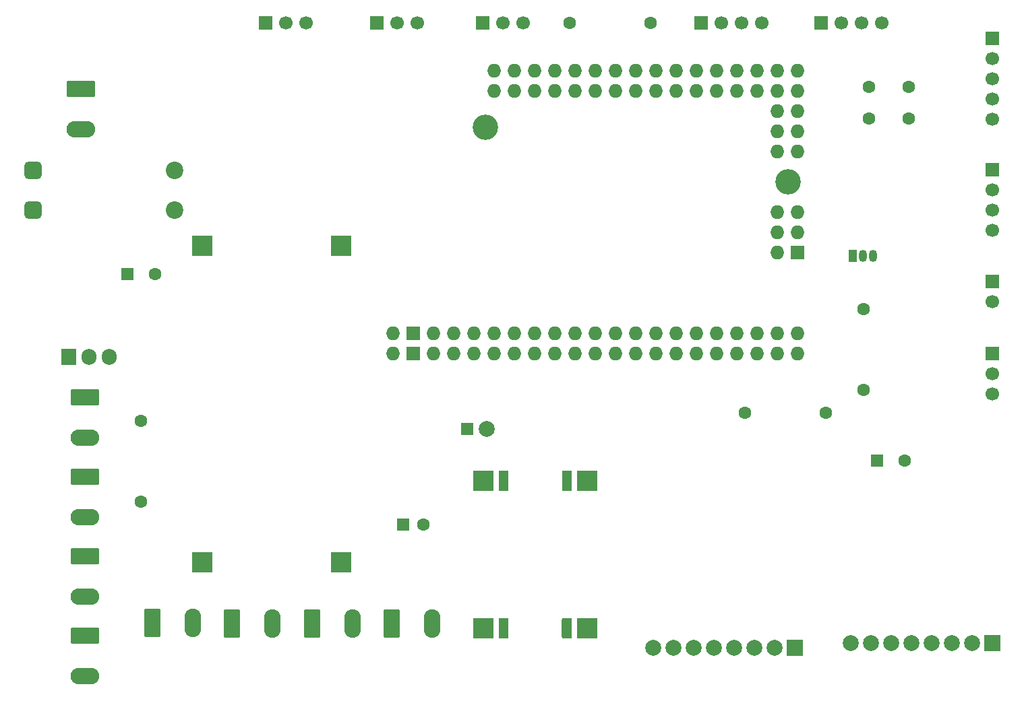
<source format=gbr>
%TF.GenerationSoftware,KiCad,Pcbnew,9.0.4*%
%TF.CreationDate,2025-12-08T23:22:33+01:00*%
%TF.ProjectId,van-obc,76616e2d-6f62-4632-9e6b-696361645f70,rev?*%
%TF.SameCoordinates,Original*%
%TF.FileFunction,Soldermask,Bot*%
%TF.FilePolarity,Negative*%
%FSLAX46Y46*%
G04 Gerber Fmt 4.6, Leading zero omitted, Abs format (unit mm)*
G04 Created by KiCad (PCBNEW 9.0.4) date 2025-12-08 23:22:33*
%MOMM*%
%LPD*%
G01*
G04 APERTURE LIST*
G04 Aperture macros list*
%AMRoundRect*
0 Rectangle with rounded corners*
0 $1 Rounding radius*
0 $2 $3 $4 $5 $6 $7 $8 $9 X,Y pos of 4 corners*
0 Add a 4 corners polygon primitive as box body*
4,1,4,$2,$3,$4,$5,$6,$7,$8,$9,$2,$3,0*
0 Add four circle primitives for the rounded corners*
1,1,$1+$1,$2,$3*
1,1,$1+$1,$4,$5*
1,1,$1+$1,$6,$7*
1,1,$1+$1,$8,$9*
0 Add four rect primitives between the rounded corners*
20,1,$1+$1,$2,$3,$4,$5,0*
20,1,$1+$1,$4,$5,$6,$7,0*
20,1,$1+$1,$6,$7,$8,$9,0*
20,1,$1+$1,$8,$9,$2,$3,0*%
G04 Aperture macros list end*
%ADD10C,1.600000*%
%ADD11RoundRect,0.249999X-0.790001X-1.550001X0.790001X-1.550001X0.790001X1.550001X-0.790001X1.550001X0*%
%ADD12O,2.080000X3.600000*%
%ADD13R,1.050000X1.500000*%
%ADD14O,1.050000X1.500000*%
%ADD15C,3.200000*%
%ADD16O,1.727200X1.727200*%
%ADD17R,1.727200X1.727200*%
%ADD18RoundRect,0.249999X-1.550001X0.790001X-1.550001X-0.790001X1.550001X-0.790001X1.550001X0.790001X0*%
%ADD19O,3.600000X2.080000*%
%ADD20R,1.700000X1.700000*%
%ADD21C,1.700000*%
%ADD22R,1.270000X2.540000*%
%ADD23RoundRect,0.190500X-0.444500X1.079500X-0.444500X-1.079500X0.444500X-1.079500X0.444500X1.079500X0*%
%ADD24R,2.540000X2.540000*%
%ADD25RoundRect,0.250000X-0.550000X-0.550000X0.550000X-0.550000X0.550000X0.550000X-0.550000X0.550000X0*%
%ADD26R,2.000000X2.000000*%
%ADD27C,2.000000*%
%ADD28R,1.905000X2.000000*%
%ADD29O,1.905000X2.000000*%
%ADD30RoundRect,0.550000X-0.550000X-0.550000X0.550000X-0.550000X0.550000X0.550000X-0.550000X0.550000X0*%
%ADD31C,2.200000*%
G04 APERTURE END LIST*
D10*
%TO.C,R6*%
X113420000Y-82000000D03*
X123580000Y-82000000D03*
%TD*%
D11*
%TO.C,J14*%
X39000000Y-108400000D03*
D12*
X44080000Y-108400000D03*
%TD*%
D13*
%TO.C,Q2*%
X126951961Y-62221961D03*
D14*
X128221961Y-62221961D03*
X129491961Y-62221961D03*
%TD*%
D11*
%TO.C,J15*%
X49000000Y-108500000D03*
D12*
X54080000Y-108500000D03*
%TD*%
D15*
%TO.C,A1*%
X80813200Y-46112000D03*
X118837000Y-52970000D03*
D16*
X76800000Y-72020000D03*
X76800000Y-74560000D03*
X74260000Y-72020000D03*
X119980000Y-56780000D03*
X74260000Y-74560000D03*
X81880000Y-39000000D03*
X81880000Y-41540000D03*
X84420000Y-39000000D03*
X84420000Y-41540000D03*
X86960000Y-39000000D03*
X86960000Y-41540000D03*
X89500000Y-39000000D03*
X89500000Y-41540000D03*
X92040000Y-39000000D03*
X92040000Y-41540000D03*
X94580000Y-39000000D03*
X94580000Y-41540000D03*
X97120000Y-39000000D03*
X97120000Y-41540000D03*
X99660000Y-39000000D03*
X99660000Y-41540000D03*
X79340000Y-72020000D03*
X81880000Y-72020000D03*
X81880000Y-74560000D03*
X84420000Y-72020000D03*
X84420000Y-74560000D03*
X86960000Y-72020000D03*
X86960000Y-74560000D03*
X89500000Y-72020000D03*
X89500000Y-74560000D03*
X92040000Y-72020000D03*
X92040000Y-74560000D03*
X94580000Y-72020000D03*
X94580000Y-74560000D03*
X97120000Y-72020000D03*
X97120000Y-74560000D03*
X99660000Y-72020000D03*
X99660000Y-74560000D03*
X102200000Y-72020000D03*
X102200000Y-74560000D03*
X104740000Y-72020000D03*
X104740000Y-74560000D03*
X107280000Y-72020000D03*
X107280000Y-74560000D03*
X109820000Y-72020000D03*
X109820000Y-74560000D03*
X112360000Y-72020000D03*
X112360000Y-74560000D03*
X114900000Y-72020000D03*
X114900000Y-74560000D03*
X117440000Y-72020000D03*
X117440000Y-74560000D03*
X119980000Y-72020000D03*
X119980000Y-74560000D03*
X102200000Y-39000000D03*
X102200000Y-41540000D03*
X104740000Y-39000000D03*
X104740000Y-41540000D03*
X107280000Y-39000000D03*
X107280000Y-41540000D03*
X109820000Y-39000000D03*
X109820000Y-41540000D03*
X112360000Y-39000000D03*
X112360000Y-41540000D03*
X114900000Y-39000000D03*
X114900000Y-41540000D03*
X117440000Y-39000000D03*
X117440000Y-41540000D03*
X119980000Y-39000000D03*
X119980000Y-41540000D03*
X119980000Y-44080000D03*
X117440000Y-44080000D03*
X119980000Y-46620000D03*
X117440000Y-46620000D03*
X119980000Y-49160000D03*
X117440000Y-49160000D03*
D17*
X71720000Y-72020000D03*
X71720000Y-74560000D03*
X119980000Y-61860000D03*
D16*
X117440000Y-56780000D03*
X119980000Y-59320000D03*
X79340000Y-74560000D03*
X117440000Y-61860000D03*
X117440000Y-59320000D03*
X69180000Y-72020000D03*
X69180000Y-74560000D03*
%TD*%
D18*
%TO.C,J11*%
X30500000Y-90000000D03*
D19*
X30500000Y-95080000D03*
%TD*%
D20*
%TO.C,J2*%
X144500000Y-34880000D03*
D21*
X144500000Y-37420000D03*
X144500000Y-39960000D03*
X144500000Y-42500000D03*
X144500000Y-45040000D03*
%TD*%
D22*
%TO.C,U2*%
X91000000Y-90500000D03*
X83040000Y-90500000D03*
D23*
X91000000Y-109100000D03*
D22*
X83040000Y-109100000D03*
D24*
X93540000Y-90500000D03*
X80540000Y-90500000D03*
X93540000Y-109100000D03*
X80540000Y-109100000D03*
%TD*%
D25*
%TO.C,C1*%
X35847349Y-64500000D03*
D10*
X39347349Y-64500000D03*
%TD*%
D18*
%TO.C,J10*%
X30500000Y-80000000D03*
D19*
X30500000Y-85080000D03*
%TD*%
D26*
%TO.C,u3*%
X119620000Y-111500000D03*
D27*
X117080000Y-111500000D03*
X114540000Y-111500000D03*
X112000000Y-111500000D03*
X109460000Y-111500000D03*
X106920000Y-111500000D03*
X104380000Y-111500000D03*
X101840000Y-111500000D03*
%TD*%
D28*
%TO.C,Q1*%
X28460000Y-74950000D03*
D29*
X31000000Y-74950000D03*
X33540000Y-74950000D03*
%TD*%
D10*
%TO.C,C4*%
X129000000Y-45000000D03*
X134000000Y-45000000D03*
%TD*%
D20*
%TO.C,J9*%
X80420000Y-33000000D03*
D21*
X82960000Y-33000000D03*
X85500000Y-33000000D03*
%TD*%
D18*
%TO.C,J13*%
X30500000Y-110000000D03*
D19*
X30500000Y-115080000D03*
%TD*%
D10*
%TO.C,R1*%
X37500000Y-83000000D03*
X37500000Y-93160000D03*
%TD*%
D24*
%TO.C,U1*%
X62650000Y-100800000D03*
X45250000Y-100800000D03*
X62650000Y-61000000D03*
X45250000Y-61000000D03*
%TD*%
D20*
%TO.C,J7*%
X53190000Y-33000000D03*
D21*
X55730000Y-33000000D03*
X58270000Y-33000000D03*
%TD*%
D11*
%TO.C,J16*%
X59040000Y-108500000D03*
D12*
X64120000Y-108500000D03*
%TD*%
D18*
%TO.C,J12*%
X30500000Y-100040000D03*
D19*
X30500000Y-105120000D03*
%TD*%
D10*
%TO.C,R5*%
X128278039Y-79088039D03*
X128278039Y-68928039D03*
%TD*%
%TO.C,R4*%
X91340000Y-33000000D03*
X101500000Y-33000000D03*
%TD*%
D20*
%TO.C,J1*%
X144500000Y-51460000D03*
D21*
X144500000Y-54000000D03*
X144500000Y-56540000D03*
X144500000Y-59080000D03*
%TD*%
D20*
%TO.C,J8*%
X67150000Y-33000000D03*
D21*
X69690000Y-33000000D03*
X72230000Y-33000000D03*
%TD*%
D25*
%TO.C,C6*%
X130000000Y-88000000D03*
D10*
X133500000Y-88000000D03*
%TD*%
%TO.C,C5*%
X129000000Y-41000000D03*
X134000000Y-41000000D03*
%TD*%
D11*
%TO.C,J17*%
X69040000Y-108500000D03*
D12*
X74120000Y-108500000D03*
%TD*%
D20*
%TO.C,J6*%
X122920000Y-33000000D03*
D21*
X125460000Y-33000000D03*
X128000000Y-33000000D03*
X130540000Y-33000000D03*
%TD*%
D25*
%TO.C,C2*%
X78500000Y-84000000D03*
D27*
X81000000Y-84000000D03*
%TD*%
D20*
%TO.C,J5*%
X107880000Y-33000000D03*
D21*
X110420000Y-33000000D03*
X112960000Y-33000000D03*
X115500000Y-33000000D03*
%TD*%
D20*
%TO.C,J3*%
X144500000Y-65460000D03*
D21*
X144500000Y-68000000D03*
%TD*%
D26*
%TO.C,u4*%
X144430000Y-110960000D03*
D27*
X141890000Y-110960000D03*
X139350000Y-110960000D03*
X136810000Y-110960000D03*
X134270000Y-110960000D03*
X131730000Y-110960000D03*
X129190000Y-110960000D03*
X126650000Y-110960000D03*
%TD*%
D18*
%TO.C,J_11*%
X30000000Y-41290000D03*
D19*
X30000000Y-46370000D03*
%TD*%
D30*
%TO.C,F1*%
X24000000Y-51500000D03*
X24000000Y-56500000D03*
D31*
X41800000Y-51500000D03*
X41800000Y-56500000D03*
%TD*%
D20*
%TO.C,J4*%
X144500000Y-74500000D03*
D21*
X144500000Y-77040000D03*
X144500000Y-79580000D03*
%TD*%
D25*
%TO.C,C3*%
X70500000Y-96000000D03*
D10*
X73000000Y-96000000D03*
%TD*%
M02*

</source>
